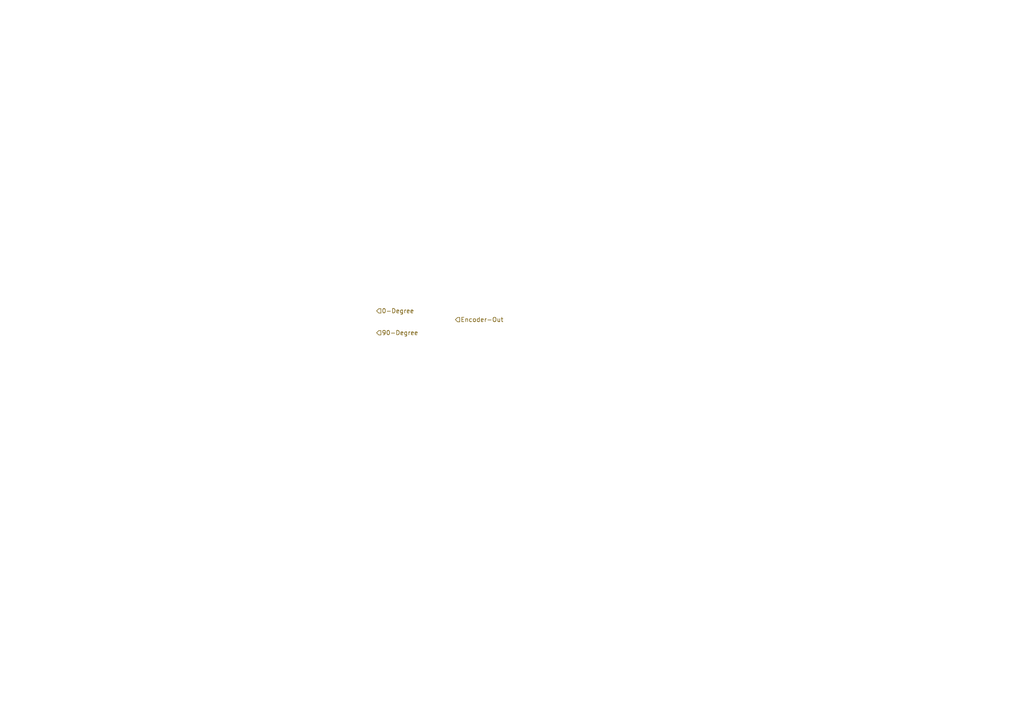
<source format=kicad_sch>
(kicad_sch (version 20211123) (generator eeschema)
  (paper "A4")
  (lib_symbols)
  (hierarchical_label "Encoder-Out" (shape input) (at 132.08 92.71 0))
  (hierarchical_label "0-Degree" (shape input) (at 109.22 90.17 0))
  (hierarchical_label "90-Degree" (shape input) (at 109.22 96.52 0))
)
</source>
